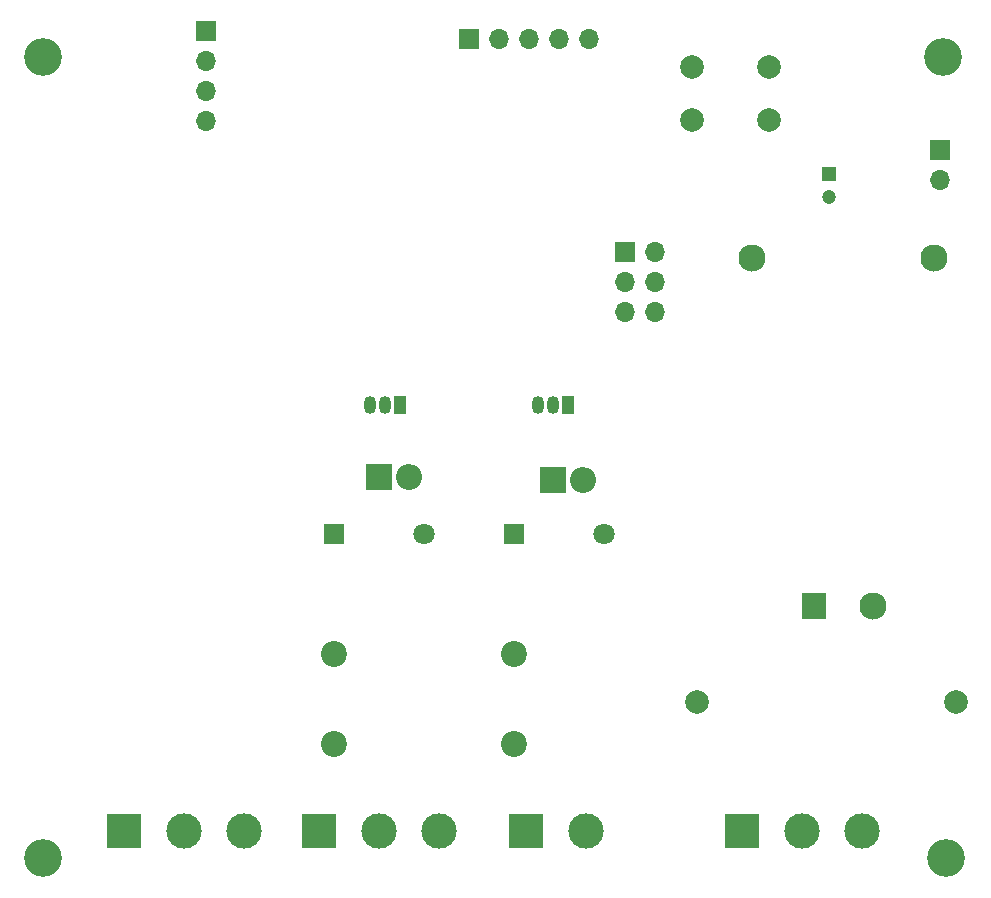
<source format=gbr>
%TF.GenerationSoftware,KiCad,Pcbnew,(5.1.9)-1*%
%TF.CreationDate,2021-09-13T17:44:50+02:00*%
%TF.ProjectId,Sterownik,53746572-6f77-46e6-996b-2e6b69636164,rev?*%
%TF.SameCoordinates,Original*%
%TF.FileFunction,Soldermask,Bot*%
%TF.FilePolarity,Negative*%
%FSLAX46Y46*%
G04 Gerber Fmt 4.6, Leading zero omitted, Abs format (unit mm)*
G04 Created by KiCad (PCBNEW (5.1.9)-1) date 2021-09-13 17:44:50*
%MOMM*%
%LPD*%
G01*
G04 APERTURE LIST*
%ADD10O,2.200000X2.200000*%
%ADD11R,2.200000X2.200000*%
%ADD12O,1.700000X1.700000*%
%ADD13R,1.700000X1.700000*%
%ADD14C,3.200000*%
%ADD15C,2.000000*%
%ADD16R,1.050000X1.500000*%
%ADD17O,1.050000X1.500000*%
%ADD18C,2.300000*%
%ADD19R,2.000000X2.300000*%
%ADD20C,2.200000*%
%ADD21C,1.800000*%
%ADD22R,1.800000X1.800000*%
%ADD23C,3.000000*%
%ADD24R,3.000000X3.000000*%
%ADD25C,1.200000*%
%ADD26R,1.200000X1.200000*%
G04 APERTURE END LIST*
D10*
%TO.C,D2*%
X97282000Y-123698000D03*
D11*
X94742000Y-123698000D03*
%TD*%
D10*
%TO.C,D1*%
X82550000Y-123444000D03*
D11*
X80010000Y-123444000D03*
%TD*%
D12*
%TO.C,J8*%
X127508000Y-98298000D03*
D13*
X127508000Y-95758000D03*
%TD*%
D14*
%TO.C,M4*%
X128016000Y-155702000D03*
%TD*%
%TO.C,M3*%
X127762000Y-87884000D03*
%TD*%
%TO.C,M1*%
X51562000Y-87884000D03*
%TD*%
%TO.C,M2*%
X51562000Y-155702000D03*
%TD*%
D15*
%TO.C,SW1*%
X106530000Y-93218000D03*
X106530000Y-88718000D03*
X113030000Y-93218000D03*
X113030000Y-88718000D03*
%TD*%
D16*
%TO.C,Q2*%
X96012000Y-117348000D03*
D17*
X93472000Y-117348000D03*
X94742000Y-117348000D03*
%TD*%
D16*
%TO.C,Q1*%
X81788000Y-117348000D03*
D17*
X79248000Y-117348000D03*
X80518000Y-117348000D03*
%TD*%
D18*
%TO.C,PS1*%
X127040000Y-104966000D03*
X121840000Y-134366000D03*
D19*
X116840000Y-134366000D03*
D18*
X111640000Y-104966000D03*
%TD*%
D20*
%TO.C,K2*%
X91440000Y-146050000D03*
X91440000Y-138430000D03*
D21*
X99060000Y-128270000D03*
D22*
X91440000Y-128270000D03*
%TD*%
D20*
%TO.C,K1*%
X76200000Y-146050000D03*
X76200000Y-138430000D03*
D21*
X83820000Y-128270000D03*
D22*
X76200000Y-128270000D03*
%TD*%
D23*
%TO.C,J7*%
X97536000Y-153416000D03*
D24*
X92456000Y-153416000D03*
%TD*%
D12*
%TO.C,J6*%
X97790000Y-86360000D03*
X95250000Y-86360000D03*
X92710000Y-86360000D03*
X90170000Y-86360000D03*
D13*
X87630000Y-86360000D03*
%TD*%
D12*
%TO.C,J5*%
X65415000Y-93330000D03*
X65415000Y-90790000D03*
X65415000Y-88250000D03*
D13*
X65415000Y-85710000D03*
%TD*%
D23*
%TO.C,J4*%
X85090000Y-153416000D03*
X80010000Y-153416000D03*
D24*
X74930000Y-153416000D03*
%TD*%
D12*
%TO.C,J3*%
X103378000Y-109474000D03*
X100838000Y-109474000D03*
X103378000Y-106934000D03*
X100838000Y-106934000D03*
X103378000Y-104394000D03*
D13*
X100838000Y-104394000D03*
%TD*%
D23*
%TO.C,J2*%
X68580000Y-153416000D03*
X63500000Y-153416000D03*
D24*
X58420000Y-153416000D03*
%TD*%
D23*
%TO.C,J1*%
X120904000Y-153416000D03*
X115824000Y-153416000D03*
D24*
X110744000Y-153416000D03*
%TD*%
D15*
%TO.C,F1*%
X128915000Y-142494000D03*
X107015000Y-142494000D03*
%TD*%
D25*
%TO.C,C3*%
X118110000Y-99790000D03*
D26*
X118110000Y-97790000D03*
%TD*%
M02*

</source>
